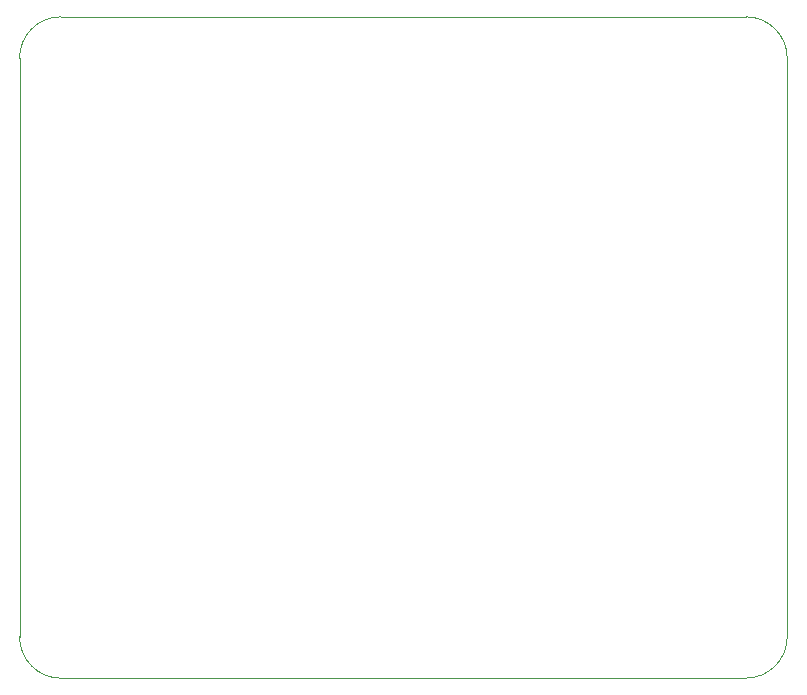
<source format=gbr>
%TF.GenerationSoftware,KiCad,Pcbnew,(5.1.4)-1*%
%TF.CreationDate,2020-08-18T18:52:45-05:00*%
%TF.ProjectId,rascsi_2p2,72617363-7369-45f3-9270-322e6b696361,rev?*%
%TF.SameCoordinates,PX59d60c0PY325aa00*%
%TF.FileFunction,Profile,NP*%
%FSLAX46Y46*%
G04 Gerber Fmt 4.6, Leading zero omitted, Abs format (unit mm)*
G04 Created by KiCad (PCBNEW (5.1.4)-1) date 2020-08-18 18:52:45*
%MOMM*%
%LPD*%
G04 APERTURE LIST*
%ADD10C,0.050000*%
G04 APERTURE END LIST*
D10*
X83800000Y-45696000D02*
X141800000Y-45696000D01*
X83800000Y-45696000D02*
G75*
G02X80300000Y-42196000I0J3500000D01*
G01*
X145300000Y-42196000D02*
G75*
G02X141800000Y-45696000I-3500000J0D01*
G01*
X80300000Y6800000D02*
X80300000Y-42196000D01*
X145300000Y6800000D02*
X145300000Y-42196000D01*
X83800000Y10300000D02*
X141800000Y10300000D01*
X80300000Y6800000D02*
G75*
G02X83800000Y10300000I3500000J0D01*
G01*
X141800000Y10300000D02*
G75*
G02X145300000Y6800000I0J-3500000D01*
G01*
M02*

</source>
